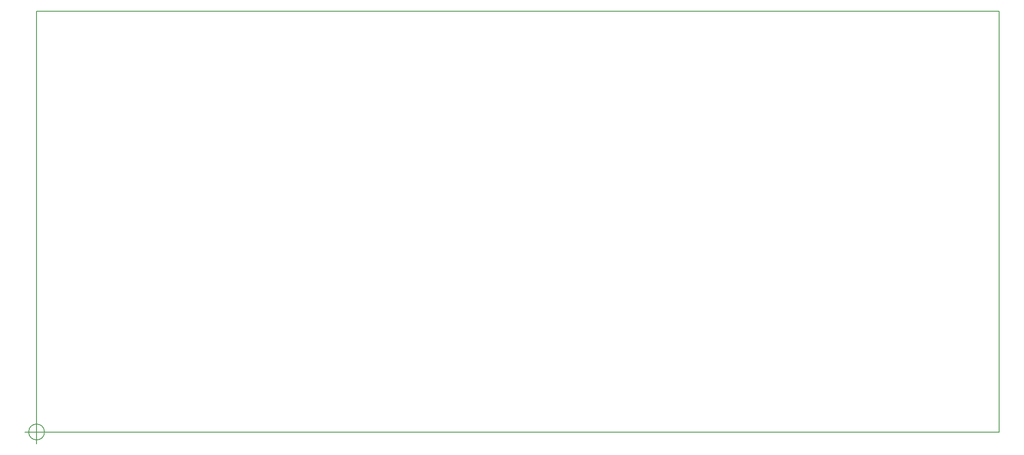
<source format=gm1>
G04 #@! TF.FileFunction,Profile,NP*
%FSLAX46Y46*%
G04 Gerber Fmt 4.6, Leading zero omitted, Abs format (unit mm)*
G04 Created by KiCad (PCBNEW 4.0.7) date 01/22/18 23:51:58*
%MOMM*%
%LPD*%
G01*
G04 APERTURE LIST*
%ADD10C,0.100000*%
%ADD11C,0.150000*%
G04 APERTURE END LIST*
D10*
D11*
X51196666Y-133350000D02*
G75*
G03X51196666Y-133350000I-1666666J0D01*
G01*
X47030000Y-133350000D02*
X52030000Y-133350000D01*
X49530000Y-130850000D02*
X49530000Y-135850000D01*
X51196666Y-133350000D02*
G75*
G03X51196666Y-133350000I-1666666J0D01*
G01*
X47030000Y-133350000D02*
X52030000Y-133350000D01*
X49530000Y-130850000D02*
X49530000Y-135850000D01*
X51196666Y-133350000D02*
G75*
G03X51196666Y-133350000I-1666666J0D01*
G01*
X47030000Y-133350000D02*
X52030000Y-133350000D01*
X49530000Y-130850000D02*
X49530000Y-135850000D01*
X49530000Y-133350000D02*
X49530000Y-44450000D01*
X252730000Y-133350000D02*
X49530000Y-133350000D01*
X252730000Y-44450000D02*
X252730000Y-133350000D01*
X49530000Y-44450000D02*
X252730000Y-44450000D01*
M02*

</source>
